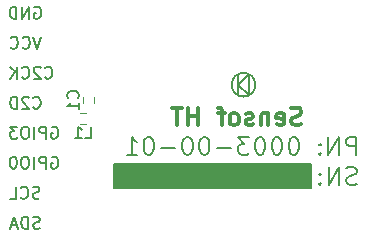
<source format=gbr>
G04 #@! TF.GenerationSoftware,KiCad,Pcbnew,5.0.0-fee4fd1~66~ubuntu16.04.1*
G04 #@! TF.CreationDate,2018-09-16T20:12:26+02:00*
G04 #@! TF.ProjectId,sensof_ht,73656E736F665F68742E6B696361645F,01*
G04 #@! TF.SameCoordinates,Original*
G04 #@! TF.FileFunction,Legend,Bot*
G04 #@! TF.FilePolarity,Positive*
%FSLAX46Y46*%
G04 Gerber Fmt 4.6, Leading zero omitted, Abs format (unit mm)*
G04 Created by KiCad (PCBNEW 5.0.0-fee4fd1~66~ubuntu16.04.1) date Sun Sep 16 20:12:26 2018*
%MOMM*%
%LPD*%
G01*
G04 APERTURE LIST*
%ADD10C,0.500000*%
%ADD11C,0.200000*%
%ADD12C,2.000000*%
%ADD13C,0.150000*%
%ADD14C,0.300000*%
%ADD15C,0.120000*%
G04 APERTURE END LIST*
D10*
X152470000Y-98120000D02*
X152470000Y-96620000D01*
X136220000Y-98120000D02*
X152470000Y-98120000D01*
X136220000Y-96620000D02*
X136220000Y-98120000D01*
X152470000Y-96620000D02*
X136220000Y-96620000D01*
D11*
X152720000Y-96370000D02*
X152720000Y-96620000D01*
X135970000Y-96370000D02*
X152720000Y-96370000D01*
X135970000Y-98370000D02*
X135970000Y-96370000D01*
X152720000Y-98370000D02*
X135970000Y-98370000D01*
X152720000Y-96370000D02*
X152720000Y-98370000D01*
D12*
X151720000Y-97370000D02*
X136970000Y-97370000D01*
D13*
X156536785Y-98002142D02*
X156322500Y-98073571D01*
X155965357Y-98073571D01*
X155822500Y-98002142D01*
X155751071Y-97930714D01*
X155679642Y-97787857D01*
X155679642Y-97645000D01*
X155751071Y-97502142D01*
X155822500Y-97430714D01*
X155965357Y-97359285D01*
X156251071Y-97287857D01*
X156393928Y-97216428D01*
X156465357Y-97145000D01*
X156536785Y-97002142D01*
X156536785Y-96859285D01*
X156465357Y-96716428D01*
X156393928Y-96645000D01*
X156251071Y-96573571D01*
X155893928Y-96573571D01*
X155679642Y-96645000D01*
X155036785Y-98073571D02*
X155036785Y-96573571D01*
X154179642Y-98073571D01*
X154179642Y-96573571D01*
X153465357Y-97930714D02*
X153393928Y-98002142D01*
X153465357Y-98073571D01*
X153536785Y-98002142D01*
X153465357Y-97930714D01*
X153465357Y-98073571D01*
X153465357Y-97145000D02*
X153393928Y-97216428D01*
X153465357Y-97287857D01*
X153536785Y-97216428D01*
X153465357Y-97145000D01*
X153465357Y-97287857D01*
X156515357Y-95548571D02*
X156515357Y-94048571D01*
X155943928Y-94048571D01*
X155801071Y-94120000D01*
X155729642Y-94191428D01*
X155658214Y-94334285D01*
X155658214Y-94548571D01*
X155729642Y-94691428D01*
X155801071Y-94762857D01*
X155943928Y-94834285D01*
X156515357Y-94834285D01*
X155015357Y-95548571D02*
X155015357Y-94048571D01*
X154158214Y-95548571D01*
X154158214Y-94048571D01*
X153443928Y-95405714D02*
X153372500Y-95477142D01*
X153443928Y-95548571D01*
X153515357Y-95477142D01*
X153443928Y-95405714D01*
X153443928Y-95548571D01*
X153443928Y-94620000D02*
X153372500Y-94691428D01*
X153443928Y-94762857D01*
X153515357Y-94691428D01*
X153443928Y-94620000D01*
X153443928Y-94762857D01*
X151301071Y-94048571D02*
X151158214Y-94048571D01*
X151015357Y-94120000D01*
X150943928Y-94191428D01*
X150872500Y-94334285D01*
X150801071Y-94620000D01*
X150801071Y-94977142D01*
X150872500Y-95262857D01*
X150943928Y-95405714D01*
X151015357Y-95477142D01*
X151158214Y-95548571D01*
X151301071Y-95548571D01*
X151443928Y-95477142D01*
X151515357Y-95405714D01*
X151586785Y-95262857D01*
X151658214Y-94977142D01*
X151658214Y-94620000D01*
X151586785Y-94334285D01*
X151515357Y-94191428D01*
X151443928Y-94120000D01*
X151301071Y-94048571D01*
X149872500Y-94048571D02*
X149729642Y-94048571D01*
X149586785Y-94120000D01*
X149515357Y-94191428D01*
X149443928Y-94334285D01*
X149372500Y-94620000D01*
X149372500Y-94977142D01*
X149443928Y-95262857D01*
X149515357Y-95405714D01*
X149586785Y-95477142D01*
X149729642Y-95548571D01*
X149872500Y-95548571D01*
X150015357Y-95477142D01*
X150086785Y-95405714D01*
X150158214Y-95262857D01*
X150229642Y-94977142D01*
X150229642Y-94620000D01*
X150158214Y-94334285D01*
X150086785Y-94191428D01*
X150015357Y-94120000D01*
X149872500Y-94048571D01*
X148443928Y-94048571D02*
X148301071Y-94048571D01*
X148158214Y-94120000D01*
X148086785Y-94191428D01*
X148015357Y-94334285D01*
X147943928Y-94620000D01*
X147943928Y-94977142D01*
X148015357Y-95262857D01*
X148086785Y-95405714D01*
X148158214Y-95477142D01*
X148301071Y-95548571D01*
X148443928Y-95548571D01*
X148586785Y-95477142D01*
X148658214Y-95405714D01*
X148729642Y-95262857D01*
X148801071Y-94977142D01*
X148801071Y-94620000D01*
X148729642Y-94334285D01*
X148658214Y-94191428D01*
X148586785Y-94120000D01*
X148443928Y-94048571D01*
X147443928Y-94048571D02*
X146515357Y-94048571D01*
X147015357Y-94620000D01*
X146801071Y-94620000D01*
X146658214Y-94691428D01*
X146586785Y-94762857D01*
X146515357Y-94905714D01*
X146515357Y-95262857D01*
X146586785Y-95405714D01*
X146658214Y-95477142D01*
X146801071Y-95548571D01*
X147229642Y-95548571D01*
X147372500Y-95477142D01*
X147443928Y-95405714D01*
X145872500Y-94977142D02*
X144729642Y-94977142D01*
X143729642Y-94048571D02*
X143586785Y-94048571D01*
X143443928Y-94120000D01*
X143372500Y-94191428D01*
X143301071Y-94334285D01*
X143229642Y-94620000D01*
X143229642Y-94977142D01*
X143301071Y-95262857D01*
X143372500Y-95405714D01*
X143443928Y-95477142D01*
X143586785Y-95548571D01*
X143729642Y-95548571D01*
X143872500Y-95477142D01*
X143943928Y-95405714D01*
X144015357Y-95262857D01*
X144086785Y-94977142D01*
X144086785Y-94620000D01*
X144015357Y-94334285D01*
X143943928Y-94191428D01*
X143872500Y-94120000D01*
X143729642Y-94048571D01*
X142301071Y-94048571D02*
X142158214Y-94048571D01*
X142015357Y-94120000D01*
X141943928Y-94191428D01*
X141872500Y-94334285D01*
X141801071Y-94620000D01*
X141801071Y-94977142D01*
X141872500Y-95262857D01*
X141943928Y-95405714D01*
X142015357Y-95477142D01*
X142158214Y-95548571D01*
X142301071Y-95548571D01*
X142443928Y-95477142D01*
X142515357Y-95405714D01*
X142586785Y-95262857D01*
X142658214Y-94977142D01*
X142658214Y-94620000D01*
X142586785Y-94334285D01*
X142515357Y-94191428D01*
X142443928Y-94120000D01*
X142301071Y-94048571D01*
X141158214Y-94977142D02*
X140015357Y-94977142D01*
X139015357Y-94048571D02*
X138872500Y-94048571D01*
X138729642Y-94120000D01*
X138658214Y-94191428D01*
X138586785Y-94334285D01*
X138515357Y-94620000D01*
X138515357Y-94977142D01*
X138586785Y-95262857D01*
X138658214Y-95405714D01*
X138729642Y-95477142D01*
X138872500Y-95548571D01*
X139015357Y-95548571D01*
X139158214Y-95477142D01*
X139229642Y-95405714D01*
X139301071Y-95262857D01*
X139372500Y-94977142D01*
X139372500Y-94620000D01*
X139301071Y-94334285D01*
X139229642Y-94191428D01*
X139158214Y-94120000D01*
X139015357Y-94048571D01*
X137086785Y-95548571D02*
X137943928Y-95548571D01*
X137515357Y-95548571D02*
X137515357Y-94048571D01*
X137658214Y-94262857D01*
X137801071Y-94405714D01*
X137943928Y-94477142D01*
D14*
X151862857Y-92977142D02*
X151648571Y-93048571D01*
X151291428Y-93048571D01*
X151148571Y-92977142D01*
X151077142Y-92905714D01*
X151005714Y-92762857D01*
X151005714Y-92620000D01*
X151077142Y-92477142D01*
X151148571Y-92405714D01*
X151291428Y-92334285D01*
X151577142Y-92262857D01*
X151720000Y-92191428D01*
X151791428Y-92120000D01*
X151862857Y-91977142D01*
X151862857Y-91834285D01*
X151791428Y-91691428D01*
X151720000Y-91620000D01*
X151577142Y-91548571D01*
X151220000Y-91548571D01*
X151005714Y-91620000D01*
X149791428Y-92977142D02*
X149934285Y-93048571D01*
X150220000Y-93048571D01*
X150362857Y-92977142D01*
X150434285Y-92834285D01*
X150434285Y-92262857D01*
X150362857Y-92120000D01*
X150220000Y-92048571D01*
X149934285Y-92048571D01*
X149791428Y-92120000D01*
X149720000Y-92262857D01*
X149720000Y-92405714D01*
X150434285Y-92548571D01*
X149077142Y-92048571D02*
X149077142Y-93048571D01*
X149077142Y-92191428D02*
X149005714Y-92120000D01*
X148862857Y-92048571D01*
X148648571Y-92048571D01*
X148505714Y-92120000D01*
X148434285Y-92262857D01*
X148434285Y-93048571D01*
X147791428Y-92977142D02*
X147648571Y-93048571D01*
X147362857Y-93048571D01*
X147220000Y-92977142D01*
X147148571Y-92834285D01*
X147148571Y-92762857D01*
X147220000Y-92620000D01*
X147362857Y-92548571D01*
X147577142Y-92548571D01*
X147720000Y-92477142D01*
X147791428Y-92334285D01*
X147791428Y-92262857D01*
X147720000Y-92120000D01*
X147577142Y-92048571D01*
X147362857Y-92048571D01*
X147220000Y-92120000D01*
X146291428Y-93048571D02*
X146434285Y-92977142D01*
X146505714Y-92905714D01*
X146577142Y-92762857D01*
X146577142Y-92334285D01*
X146505714Y-92191428D01*
X146434285Y-92120000D01*
X146291428Y-92048571D01*
X146077142Y-92048571D01*
X145934285Y-92120000D01*
X145862857Y-92191428D01*
X145791428Y-92334285D01*
X145791428Y-92762857D01*
X145862857Y-92905714D01*
X145934285Y-92977142D01*
X146077142Y-93048571D01*
X146291428Y-93048571D01*
X145362857Y-92048571D02*
X144791428Y-92048571D01*
X145148571Y-93048571D02*
X145148571Y-91762857D01*
X145077142Y-91620000D01*
X144934285Y-91548571D01*
X144791428Y-91548571D01*
X143148571Y-93048571D02*
X143148571Y-91548571D01*
X143148571Y-92262857D02*
X142291428Y-92262857D01*
X142291428Y-93048571D02*
X142291428Y-91548571D01*
X141791428Y-91548571D02*
X140934285Y-91548571D01*
X141362857Y-93048571D02*
X141362857Y-91548571D01*
D15*
G04 #@! TO.C,C1*
X133375000Y-91170000D02*
X133375000Y-90670000D01*
X134315000Y-90670000D02*
X134315000Y-91170000D01*
G04 #@! TO.C,L1*
X133645000Y-92915000D02*
X133145000Y-92915000D01*
X133145000Y-91975000D02*
X133645000Y-91975000D01*
D11*
G04 #@! TO.C,REF\002A\002A*
X146520000Y-88720000D02*
X146520000Y-90520000D01*
X146520000Y-89620000D02*
X147420000Y-88720000D01*
X147420000Y-88720000D02*
X147420000Y-90520000D01*
X147420000Y-90520000D02*
X146520000Y-89620000D01*
X147970000Y-89620000D02*
G75*
G03X147970000Y-89620000I-1000000J0D01*
G01*
G04 #@! TO.C,C1*
D13*
X132932142Y-90753333D02*
X132979761Y-90705714D01*
X133027380Y-90562857D01*
X133027380Y-90467619D01*
X132979761Y-90324761D01*
X132884523Y-90229523D01*
X132789285Y-90181904D01*
X132598809Y-90134285D01*
X132455952Y-90134285D01*
X132265476Y-90181904D01*
X132170238Y-90229523D01*
X132075000Y-90324761D01*
X132027380Y-90467619D01*
X132027380Y-90562857D01*
X132075000Y-90705714D01*
X132122619Y-90753333D01*
X133027380Y-91705714D02*
X133027380Y-91134285D01*
X133027380Y-91420000D02*
X132027380Y-91420000D01*
X132170238Y-91324761D01*
X132265476Y-91229523D01*
X132313095Y-91134285D01*
G04 #@! TO.C,L1*
X133561666Y-94167380D02*
X134037857Y-94167380D01*
X134037857Y-93167380D01*
X132704523Y-94167380D02*
X133275952Y-94167380D01*
X132990238Y-94167380D02*
X132990238Y-93167380D01*
X133085476Y-93310238D01*
X133180714Y-93405476D01*
X133275952Y-93453095D01*
G04 #@! TO.C,TP1*
X129833333Y-85552380D02*
X129500000Y-86552380D01*
X129166666Y-85552380D01*
X128261904Y-86457142D02*
X128309523Y-86504761D01*
X128452380Y-86552380D01*
X128547619Y-86552380D01*
X128690476Y-86504761D01*
X128785714Y-86409523D01*
X128833333Y-86314285D01*
X128880952Y-86123809D01*
X128880952Y-85980952D01*
X128833333Y-85790476D01*
X128785714Y-85695238D01*
X128690476Y-85600000D01*
X128547619Y-85552380D01*
X128452380Y-85552380D01*
X128309523Y-85600000D01*
X128261904Y-85647619D01*
X127261904Y-86457142D02*
X127309523Y-86504761D01*
X127452380Y-86552380D01*
X127547619Y-86552380D01*
X127690476Y-86504761D01*
X127785714Y-86409523D01*
X127833333Y-86314285D01*
X127880952Y-86123809D01*
X127880952Y-85980952D01*
X127833333Y-85790476D01*
X127785714Y-85695238D01*
X127690476Y-85600000D01*
X127547619Y-85552380D01*
X127452380Y-85552380D01*
X127309523Y-85600000D01*
X127261904Y-85647619D01*
G04 #@! TO.C,TP2*
X129714285Y-101744761D02*
X129571428Y-101792380D01*
X129333333Y-101792380D01*
X129238095Y-101744761D01*
X129190476Y-101697142D01*
X129142857Y-101601904D01*
X129142857Y-101506666D01*
X129190476Y-101411428D01*
X129238095Y-101363809D01*
X129333333Y-101316190D01*
X129523809Y-101268571D01*
X129619047Y-101220952D01*
X129666666Y-101173333D01*
X129714285Y-101078095D01*
X129714285Y-100982857D01*
X129666666Y-100887619D01*
X129619047Y-100840000D01*
X129523809Y-100792380D01*
X129285714Y-100792380D01*
X129142857Y-100840000D01*
X128714285Y-101792380D02*
X128714285Y-100792380D01*
X128476190Y-100792380D01*
X128333333Y-100840000D01*
X128238095Y-100935238D01*
X128190476Y-101030476D01*
X128142857Y-101220952D01*
X128142857Y-101363809D01*
X128190476Y-101554285D01*
X128238095Y-101649523D01*
X128333333Y-101744761D01*
X128476190Y-101792380D01*
X128714285Y-101792380D01*
X127761904Y-101506666D02*
X127285714Y-101506666D01*
X127857142Y-101792380D02*
X127523809Y-100792380D01*
X127190476Y-101792380D01*
G04 #@! TO.C,TP3*
X129690476Y-99204761D02*
X129547619Y-99252380D01*
X129309523Y-99252380D01*
X129214285Y-99204761D01*
X129166666Y-99157142D01*
X129119047Y-99061904D01*
X129119047Y-98966666D01*
X129166666Y-98871428D01*
X129214285Y-98823809D01*
X129309523Y-98776190D01*
X129500000Y-98728571D01*
X129595238Y-98680952D01*
X129642857Y-98633333D01*
X129690476Y-98538095D01*
X129690476Y-98442857D01*
X129642857Y-98347619D01*
X129595238Y-98300000D01*
X129500000Y-98252380D01*
X129261904Y-98252380D01*
X129119047Y-98300000D01*
X128119047Y-99157142D02*
X128166666Y-99204761D01*
X128309523Y-99252380D01*
X128404761Y-99252380D01*
X128547619Y-99204761D01*
X128642857Y-99109523D01*
X128690476Y-99014285D01*
X128738095Y-98823809D01*
X128738095Y-98680952D01*
X128690476Y-98490476D01*
X128642857Y-98395238D01*
X128547619Y-98300000D01*
X128404761Y-98252380D01*
X128309523Y-98252380D01*
X128166666Y-98300000D01*
X128119047Y-98347619D01*
X127214285Y-99252380D02*
X127690476Y-99252380D01*
X127690476Y-98252380D01*
G04 #@! TO.C,TP4*
X130716190Y-95760000D02*
X130811428Y-95712380D01*
X130954285Y-95712380D01*
X131097142Y-95760000D01*
X131192380Y-95855238D01*
X131240000Y-95950476D01*
X131287619Y-96140952D01*
X131287619Y-96283809D01*
X131240000Y-96474285D01*
X131192380Y-96569523D01*
X131097142Y-96664761D01*
X130954285Y-96712380D01*
X130859047Y-96712380D01*
X130716190Y-96664761D01*
X130668571Y-96617142D01*
X130668571Y-96283809D01*
X130859047Y-96283809D01*
X130240000Y-96712380D02*
X130240000Y-95712380D01*
X129859047Y-95712380D01*
X129763809Y-95760000D01*
X129716190Y-95807619D01*
X129668571Y-95902857D01*
X129668571Y-96045714D01*
X129716190Y-96140952D01*
X129763809Y-96188571D01*
X129859047Y-96236190D01*
X130240000Y-96236190D01*
X129240000Y-96712380D02*
X129240000Y-95712380D01*
X128573333Y-95712380D02*
X128382857Y-95712380D01*
X128287619Y-95760000D01*
X128192380Y-95855238D01*
X128144761Y-96045714D01*
X128144761Y-96379047D01*
X128192380Y-96569523D01*
X128287619Y-96664761D01*
X128382857Y-96712380D01*
X128573333Y-96712380D01*
X128668571Y-96664761D01*
X128763809Y-96569523D01*
X128811428Y-96379047D01*
X128811428Y-96045714D01*
X128763809Y-95855238D01*
X128668571Y-95760000D01*
X128573333Y-95712380D01*
X127525714Y-95712380D02*
X127430476Y-95712380D01*
X127335238Y-95760000D01*
X127287619Y-95807619D01*
X127240000Y-95902857D01*
X127192380Y-96093333D01*
X127192380Y-96331428D01*
X127240000Y-96521904D01*
X127287619Y-96617142D01*
X127335238Y-96664761D01*
X127430476Y-96712380D01*
X127525714Y-96712380D01*
X127620952Y-96664761D01*
X127668571Y-96617142D01*
X127716190Y-96521904D01*
X127763809Y-96331428D01*
X127763809Y-96093333D01*
X127716190Y-95902857D01*
X127668571Y-95807619D01*
X127620952Y-95760000D01*
X127525714Y-95712380D01*
G04 #@! TO.C,TP5*
X130726190Y-93220000D02*
X130821428Y-93172380D01*
X130964285Y-93172380D01*
X131107142Y-93220000D01*
X131202380Y-93315238D01*
X131250000Y-93410476D01*
X131297619Y-93600952D01*
X131297619Y-93743809D01*
X131250000Y-93934285D01*
X131202380Y-94029523D01*
X131107142Y-94124761D01*
X130964285Y-94172380D01*
X130869047Y-94172380D01*
X130726190Y-94124761D01*
X130678571Y-94077142D01*
X130678571Y-93743809D01*
X130869047Y-93743809D01*
X130250000Y-94172380D02*
X130250000Y-93172380D01*
X129869047Y-93172380D01*
X129773809Y-93220000D01*
X129726190Y-93267619D01*
X129678571Y-93362857D01*
X129678571Y-93505714D01*
X129726190Y-93600952D01*
X129773809Y-93648571D01*
X129869047Y-93696190D01*
X130250000Y-93696190D01*
X129250000Y-94172380D02*
X129250000Y-93172380D01*
X128583333Y-93172380D02*
X128392857Y-93172380D01*
X128297619Y-93220000D01*
X128202380Y-93315238D01*
X128154761Y-93505714D01*
X128154761Y-93839047D01*
X128202380Y-94029523D01*
X128297619Y-94124761D01*
X128392857Y-94172380D01*
X128583333Y-94172380D01*
X128678571Y-94124761D01*
X128773809Y-94029523D01*
X128821428Y-93839047D01*
X128821428Y-93505714D01*
X128773809Y-93315238D01*
X128678571Y-93220000D01*
X128583333Y-93172380D01*
X127821428Y-93172380D02*
X127202380Y-93172380D01*
X127535714Y-93553333D01*
X127392857Y-93553333D01*
X127297619Y-93600952D01*
X127250000Y-93648571D01*
X127202380Y-93743809D01*
X127202380Y-93981904D01*
X127250000Y-94077142D01*
X127297619Y-94124761D01*
X127392857Y-94172380D01*
X127678571Y-94172380D01*
X127773809Y-94124761D01*
X127821428Y-94077142D01*
G04 #@! TO.C,TP6*
X129166666Y-91537142D02*
X129214285Y-91584761D01*
X129357142Y-91632380D01*
X129452380Y-91632380D01*
X129595238Y-91584761D01*
X129690476Y-91489523D01*
X129738095Y-91394285D01*
X129785714Y-91203809D01*
X129785714Y-91060952D01*
X129738095Y-90870476D01*
X129690476Y-90775238D01*
X129595238Y-90680000D01*
X129452380Y-90632380D01*
X129357142Y-90632380D01*
X129214285Y-90680000D01*
X129166666Y-90727619D01*
X128785714Y-90727619D02*
X128738095Y-90680000D01*
X128642857Y-90632380D01*
X128404761Y-90632380D01*
X128309523Y-90680000D01*
X128261904Y-90727619D01*
X128214285Y-90822857D01*
X128214285Y-90918095D01*
X128261904Y-91060952D01*
X128833333Y-91632380D01*
X128214285Y-91632380D01*
X127785714Y-91632380D02*
X127785714Y-90632380D01*
X127547619Y-90632380D01*
X127404761Y-90680000D01*
X127309523Y-90775238D01*
X127261904Y-90870476D01*
X127214285Y-91060952D01*
X127214285Y-91203809D01*
X127261904Y-91394285D01*
X127309523Y-91489523D01*
X127404761Y-91584761D01*
X127547619Y-91632380D01*
X127785714Y-91632380D01*
G04 #@! TO.C,TP7*
X130166666Y-88997142D02*
X130214285Y-89044761D01*
X130357142Y-89092380D01*
X130452380Y-89092380D01*
X130595238Y-89044761D01*
X130690476Y-88949523D01*
X130738095Y-88854285D01*
X130785714Y-88663809D01*
X130785714Y-88520952D01*
X130738095Y-88330476D01*
X130690476Y-88235238D01*
X130595238Y-88140000D01*
X130452380Y-88092380D01*
X130357142Y-88092380D01*
X130214285Y-88140000D01*
X130166666Y-88187619D01*
X129785714Y-88187619D02*
X129738095Y-88140000D01*
X129642857Y-88092380D01*
X129404761Y-88092380D01*
X129309523Y-88140000D01*
X129261904Y-88187619D01*
X129214285Y-88282857D01*
X129214285Y-88378095D01*
X129261904Y-88520952D01*
X129833333Y-89092380D01*
X129214285Y-89092380D01*
X128214285Y-88997142D02*
X128261904Y-89044761D01*
X128404761Y-89092380D01*
X128500000Y-89092380D01*
X128642857Y-89044761D01*
X128738095Y-88949523D01*
X128785714Y-88854285D01*
X128833333Y-88663809D01*
X128833333Y-88520952D01*
X128785714Y-88330476D01*
X128738095Y-88235238D01*
X128642857Y-88140000D01*
X128500000Y-88092380D01*
X128404761Y-88092380D01*
X128261904Y-88140000D01*
X128214285Y-88187619D01*
X127785714Y-89092380D02*
X127785714Y-88092380D01*
X127214285Y-89092380D02*
X127642857Y-88520952D01*
X127214285Y-88092380D02*
X127785714Y-88663809D01*
G04 #@! TO.C,TP8*
X129261904Y-83060000D02*
X129357142Y-83012380D01*
X129500000Y-83012380D01*
X129642857Y-83060000D01*
X129738095Y-83155238D01*
X129785714Y-83250476D01*
X129833333Y-83440952D01*
X129833333Y-83583809D01*
X129785714Y-83774285D01*
X129738095Y-83869523D01*
X129642857Y-83964761D01*
X129500000Y-84012380D01*
X129404761Y-84012380D01*
X129261904Y-83964761D01*
X129214285Y-83917142D01*
X129214285Y-83583809D01*
X129404761Y-83583809D01*
X128785714Y-84012380D02*
X128785714Y-83012380D01*
X128214285Y-84012380D01*
X128214285Y-83012380D01*
X127738095Y-84012380D02*
X127738095Y-83012380D01*
X127500000Y-83012380D01*
X127357142Y-83060000D01*
X127261904Y-83155238D01*
X127214285Y-83250476D01*
X127166666Y-83440952D01*
X127166666Y-83583809D01*
X127214285Y-83774285D01*
X127261904Y-83869523D01*
X127357142Y-83964761D01*
X127500000Y-84012380D01*
X127738095Y-84012380D01*
G04 #@! TD*
M02*

</source>
